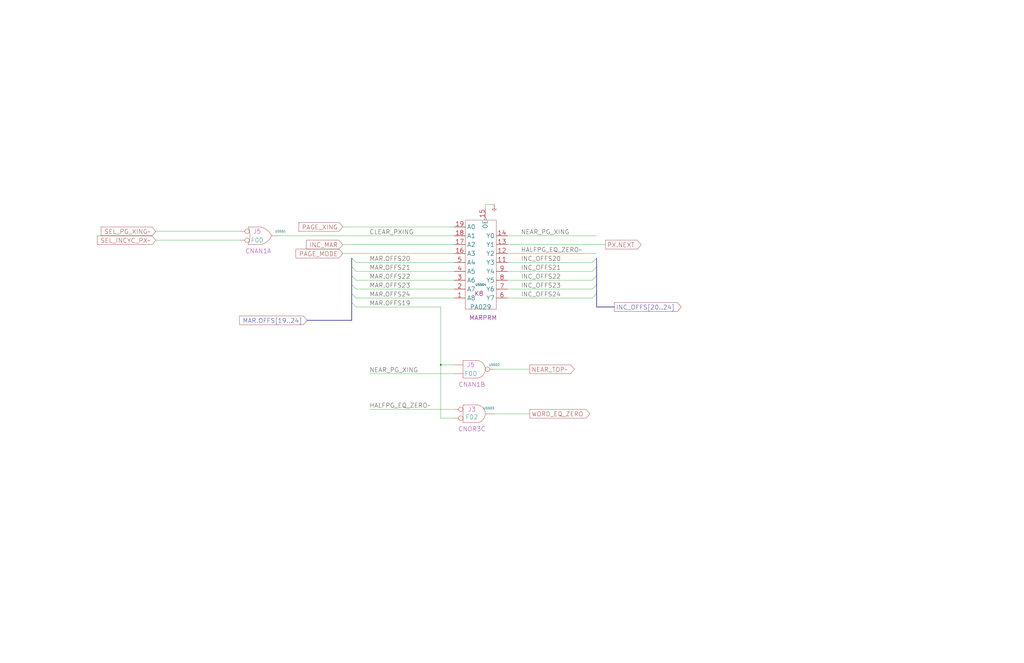
<source format=kicad_sch>
(kicad_sch (version 20250114) (generator "eeschema") (generator_version "9.0")
  (paper "User" 584.2 378.46)
  (title_block (title "MAR INCREMENT AND CONDITONS") (date "20-MAR-90") (rev "1.0") (comment 1 "FIU") (comment 2 "232-003065") (comment 3 "S400") (comment 4 "RELEASED"))
  (lib_symbols
    (symbol "r1000:F00" (pin_numbers (hide yes)) (pin_names (hide yes))
      (property "Reference" "U" (at 15.24 0 0))
      (property "Value" "F00" (at 1.905 -5.08 0))
      (property "Location" "___" (at 1.905 0 0))
      (property "Name" "______" (at 2.54 -12.7 0))
      (symbol "F00_0_1"
        (polyline (pts (xy -2.54 2.54) (xy -2.54 -7.62)) (stroke (width 0.1524)))
        (polyline (pts (xy -2.54 2.54) (xy 5.08 2.54)) (stroke (width 0.1524)))
        (polyline (pts (xy -2.54 -7.62) (xy 5.08 -7.62)) (stroke (width 0.1524)))
        (arc (start 5.08 2.54) (mid 10.1281 -2.54) (end 5.08 -7.62) (stroke (width 0.1524)))
        (circle (center 11.43 -2.54) (radius 1.27) (stroke (width 0.1524)))
      )
      (symbol "F00_0_2"
        (arc (start -3.175 2.54) (mid -2.134 -2.54) (end -3.175 -7.62) (stroke (width 0.1524)))
        (circle (center -3.81 0) (radius 1.27) (stroke (width 0.1524)))
        (circle (center -3.81 -5.08) (radius 1.27) (stroke (width 0.1524)))
        (polyline (pts (xy -3.175 2.54) (xy 3.81 2.54)) (stroke (width 0.1524)))
        (polyline (pts (xy -3.175 -7.62) (xy 3.81 -7.62)) (stroke (width 0.1524)))
        (arc (start 3.81 2.54) (mid 7.5828 0.7472) (end 10.16 -2.54) (stroke (width 0.1524)))
        (arc (start 10.16 -2.54) (mid 7.5855 -5.8306) (end 3.81 -7.62) (stroke (width 0.1524)))
      )
      (symbol "F00_1_1"
        (pin input line (at -7.62 0 0) (length 5.08) (name "D0") (number "1"))
        (pin input line (at -7.62 -5.08 0) (length 5.08) (name "D1") (number "2"))
        (pin output line (at 15.24 -2.54 180) (length 2.54) (name "Q") (number "3"))
      )
      (symbol "F00_1_2"
        (pin input line (at -7.62 0 0) (length 2.54) (name "D0") (number "1"))
        (pin input line (at -7.62 -5.08 0) (length 2.54) (name "D1") (number "2"))
        (pin output line (at 15.24 -2.54 180) (length 5.08) (name "Q") (number "3"))
      )
    )
    (symbol "r1000:F02" (pin_numbers (hide yes)) (pin_names (hide yes))
      (property "Reference" "U" (at 12.16 0.635 0))
      (property "Value" "F02" (at -1.27 -4.445 0))
      (property "Location" "___" (at 2.54 0 0))
      (property "Name" "______" (at 2.54 -12.7 0))
      (symbol "F02_0_1"
        (arc (start -3.81 2.54) (mid -2.9847 -2.54) (end -3.81 -7.62) (stroke (width 0.1524)))
        (polyline (pts (xy -5.08 0) (xy -3.175 0)) (stroke (width 0.1524)))
        (polyline (pts (xy -5.08 -5.08) (xy -3.175 -5.08)) (stroke (width 0.1524)))
        (polyline (pts (xy -3.81 2.54) (xy 2.54 2.54)) (stroke (width 0.1524)))
        (polyline (pts (xy -3.81 -7.62) (xy 2.54 -7.62)) (stroke (width 0.1524)))
        (arc (start 2.54 2.54) (mid 6.9477 0.8966) (end 10.16 -2.54) (stroke (width 0.1524)))
        (arc (start 10.16 -2.54) (mid 6.9515 -5.9823) (end 2.54 -7.62) (stroke (width 0.1524)))
        (circle (center 11.43 -2.54) (radius 1.27) (stroke (width 0.1524)))
        (polyline (pts (xy 13.97 -2.54) (xy 12.7 -2.54)) (stroke (width 0.1524)))
      )
      (symbol "F02_0_2"
        (circle (center -3.81 0) (radius 1.27) (stroke (width 0.1524)))
        (circle (center -3.81 -5.08) (radius 1.27) (stroke (width 0.1524)))
        (polyline (pts (xy -2.54 2.54) (xy -2.54 -7.62)) (stroke (width 0.1524)))
        (polyline (pts (xy -2.54 2.54) (xy 5.08 2.54)) (stroke (width 0.1524)))
        (polyline (pts (xy -2.54 -7.62) (xy 5.08 -7.62)) (stroke (width 0.1524)))
        (arc (start 5.08 2.54) (mid 10.1281 -2.54) (end 5.08 -7.62) (stroke (width 0.1524)))
        (polyline (pts (xy 11.43 -2.54) (xy 10.16 -2.54)) (stroke (width 0.1524)))
        (polyline (pts (xy 11.43 -2.54) (xy 12.7 -2.54)) (stroke (width 0.1524)))
      )
      (symbol "F02_1_1"
        (pin input line (at -7.62 0 0) (length 2.54) (name "D0") (number "1"))
        (pin input line (at -7.62 -5.08 0) (length 2.54) (name "D1") (number "2"))
        (pin output line (at 15.24 -2.54 180) (length 1.27) (name "Q") (number "3"))
      )
      (symbol "F02_1_2"
        (pin input line (at -7.62 0 0) (length 2.54) (name "D0") (number "1"))
        (pin input line (at -7.62 -5.08 0) (length 2.54) (name "D1") (number "2"))
        (pin output line (at 15.24 -2.54 180) (length 2.54) (name "Q") (number "3"))
      )
    )
    (symbol "r1000:PAxxx" (pin_names (offset 1.016))
      (property "Reference" "U" (at 2.54 5.08 0))
      (property "Value" "PAxxx" (at -3.81 -7.62 0))
      (property "Location" "___" (at -1.27 0 0))
      (property "Name" "______" (at 3.81 -15.24 0))
      (symbol "PAxxx_1_1"
        (rectangle (start -6.35 41.91) (end 11.43 -8.89))
        (circle (center 5.08 42.545) (radius 0.635))
        (pin input line (at -12.7 38.1 0) (length 6.35) (name "A0") (number "19"))
        (pin input line (at -12.7 33.02 0) (length 6.35) (name "A1") (number "18"))
        (pin input line (at -12.7 27.94 0) (length 6.35) (name "A2") (number "17"))
        (pin input line (at -12.7 22.86 0) (length 6.35) (name "A3") (number "16"))
        (pin input line (at -12.7 17.78 0) (length 6.35) (name "A4") (number "5"))
        (pin input line (at -12.7 12.7 0) (length 6.35) (name "A5") (number "4"))
        (pin input line (at -12.7 7.62 0) (length 6.35) (name "A6") (number "3"))
        (pin input line (at -12.7 2.54 0) (length 6.35) (name "A7") (number "2"))
        (pin input line (at -12.7 -2.54 0) (length 6.35) (name "A8") (number "1"))
        (pin input line (at 5.08 48.26 270) (length 5.08) (name "OE") (number "15"))
        (pin tri_state line (at 17.78 33.02 180) (length 6.35) (name "Y0") (number "14"))
        (pin tri_state line (at 17.78 27.94 180) (length 6.35) (name "Y1") (number "13"))
        (pin tri_state line (at 17.78 22.86 180) (length 6.35) (name "Y2") (number "12"))
        (pin tri_state line (at 17.78 17.78 180) (length 6.35) (name "Y3") (number "11"))
        (pin tri_state line (at 17.78 12.7 180) (length 6.35) (name "Y4") (number "9"))
        (pin tri_state line (at 17.78 7.62 180) (length 6.35) (name "Y5") (number "8"))
        (pin tri_state line (at 17.78 2.54 180) (length 6.35) (name "Y6") (number "7"))
        (pin tri_state line (at 17.78 -2.54 180) (length 6.35) (name "Y7") (number "6"))
      )
    )
    (symbol "r1000:PD" (power) (pin_numbers (hide yes)) (pin_names (hide yes)) (in_bom no)
      (symbol "PD_0_1"
        (polyline (pts (xy 0 -2.54) (xy 1.27 -2.54) (xy 0 -3.81) (xy -1.27 -2.54) (xy 0 -2.54)) (stroke (width 0.1524)))
      )
      (symbol "PD_1_1"
        (pin power_in line (at 0 0 270) (length 2.54) (name "PD") (number "1"))
      )
    )
  )
  (junction (at 251.46 208.28))
  (bus_entry (at 340.36 167.64) (size -2.54 2.54))
  (bus_entry (at 340.36 157.48) (size -2.54 2.54))
  (bus_entry (at 200.66 147.32) (size 2.54 2.54))
  (bus_entry (at 200.66 152.4) (size 2.54 2.54))
  (bus_entry (at 200.66 167.64) (size 2.54 2.54))
  (bus_entry (at 340.36 152.4) (size -2.54 2.54))
  (bus_entry (at 200.66 162.56) (size 2.54 2.54))
  (bus_entry (at 340.36 162.56) (size -2.54 2.54))
  (bus_entry (at 200.66 172.72) (size 2.54 2.54))
  (bus_entry (at 200.66 157.48) (size 2.54 2.54))
  (bus_entry (at 340.36 147.32) (size -2.54 2.54))
  (wire (pts (xy 88.9 132.08) (xy 137.16 132.08)))
  (wire (pts (xy 210.82 233.68) (xy 259.08 233.68)))
  (bus (pts (xy 200.66 157.48) (xy 200.66 162.56)))
  (bus (pts (xy 200.66 167.64) (xy 200.66 172.72)))
  (bus (pts (xy 340.36 167.64) (xy 340.36 175.26)))
  (wire (pts (xy 281.94 210.82) (xy 302.26 210.82)))
  (bus (pts (xy 200.66 147.32) (xy 200.66 152.4)))
  (bus (pts (xy 340.36 147.32) (xy 340.36 152.4)))
  (wire (pts (xy 195.58 139.7) (xy 259.08 139.7)))
  (wire (pts (xy 289.56 134.62) (xy 340.36 134.62)))
  (wire (pts (xy 289.56 165.1) (xy 337.82 165.1)))
  (wire (pts (xy 203.2 160.02) (xy 259.08 160.02)))
  (wire (pts (xy 289.56 139.7) (xy 345.44 139.7)))
  (wire (pts (xy 259.08 208.28) (xy 251.46 208.28)))
  (bus (pts (xy 200.66 162.56) (xy 200.66 167.64)))
  (wire (pts (xy 251.46 175.26) (xy 203.2 175.26)))
  (wire (pts (xy 203.2 149.86) (xy 259.08 149.86)))
  (wire (pts (xy 160.02 134.62) (xy 259.08 134.62)))
  (bus (pts (xy 175.26 182.88) (xy 200.66 182.88)))
  (wire (pts (xy 289.56 154.94) (xy 337.82 154.94)))
  (wire (pts (xy 289.56 149.86) (xy 337.82 149.86)))
  (wire (pts (xy 289.56 170.18) (xy 337.82 170.18)))
  (wire (pts (xy 88.9 137.16) (xy 137.16 137.16)))
  (wire (pts (xy 195.58 129.54) (xy 259.08 129.54)))
  (wire (pts (xy 281.94 236.22) (xy 302.26 236.22)))
  (wire (pts (xy 251.46 238.76) (xy 251.46 208.28)))
  (wire (pts (xy 289.56 144.78) (xy 340.36 144.78)))
  (wire (pts (xy 203.2 170.18) (xy 259.08 170.18)))
  (wire (pts (xy 276.86 116.84) (xy 276.86 119.38)))
  (wire (pts (xy 210.82 213.36) (xy 259.08 213.36)))
  (bus (pts (xy 340.36 162.56) (xy 340.36 167.64)))
  (bus (pts (xy 340.36 157.48) (xy 340.36 162.56)))
  (wire (pts (xy 281.94 116.84) (xy 276.86 116.84)))
  (bus (pts (xy 200.66 172.72) (xy 200.66 182.88)))
  (bus (pts (xy 340.36 175.26) (xy 350.52 175.26)))
  (wire (pts (xy 203.2 165.1) (xy 259.08 165.1)))
  (wire (pts (xy 289.56 160.02) (xy 337.82 160.02)))
  (wire (pts (xy 203.2 154.94) (xy 259.08 154.94)))
  (wire (pts (xy 195.58 144.78) (xy 259.08 144.78)))
  (wire (pts (xy 259.08 238.76) (xy 251.46 238.76)))
  (bus (pts (xy 200.66 152.4) (xy 200.66 157.48)))
  (bus (pts (xy 340.36 152.4) (xy 340.36 157.48)))
  (wire (pts (xy 251.46 208.28) (xy 251.46 175.26)))
  (label "CLEAR_PXING" (at 210.82 134.62 0) (effects (font (size 2.54 2.54))))
  (label "HALFPG_EQ_ZERO~" (at 297.18 144.78 0) (effects (font (size 2.54 2.54))))
  (label "MAR.OFFS22" (at 210.82 160.02 0) (effects (font (size 2.54 2.54))))
  (label "MAR.OFFS21" (at 210.82 154.94 0) (effects (font (size 2.54 2.54))))
  (label "MAR.OFFS23" (at 210.82 165.1 0) (effects (font (size 2.54 2.54))))
  (label "NEAR_PG_XING" (at 297.18 134.62 0) (effects (font (size 2.54 2.54))))
  (label "INC_OFFS22" (at 297.18 160.02 0) (effects (font (size 2.54 2.54))))
  (label "INC_OFFS23" (at 297.18 165.1 0) (effects (font (size 2.54 2.54))))
  (label "INC_OFFS20" (at 297.18 149.86 0) (effects (font (size 2.54 2.54))))
  (label "HALFPG_EQ_ZERO~" (at 210.82 233.68 0) (effects (font (size 2.54 2.54))))
  (label "NEAR_PG_XING" (at 210.82 213.36 0) (effects (font (size 2.54 2.54))))
  (label "MAR.OFFS24" (at 210.82 170.18 0) (effects (font (size 2.54 2.54))))
  (label "MAR.OFFS20" (at 210.82 149.86 0) (effects (font (size 2.54 2.54))))
  (label "INC_OFFS21" (at 297.18 154.94 0) (effects (font (size 2.54 2.54))))
  (label "INC_OFFS24" (at 297.18 170.18 0) (effects (font (size 2.54 2.54))))
  (label "MAR.OFFS19" (at 210.82 175.26 0) (effects (font (size 2.54 2.54))))
  (global_label "SEL_INCYC_PX~" (shape input) (at 88.9 137.16 180) (effects (font (size 2.54 2.54))) (property "Intersheetrefs" "${INTERSHEET_REFS}" (at 55.5292 137.0013 0) (effects (font (size 1.905 1.905)) (justify right))))
  (global_label "INC_OFFS[20..24]" (shape output) (at 350.52 175.26 0) (effects (font (size 2.54 2.54))) (property "Intersheetrefs" "${INTERSHEET_REFS}" (at 388.6079 175.1013 0) (effects (font (size 1.905 1.905)) (justify left))))
  (global_label "WORD_EQ_ZERO" (shape output) (at 302.26 236.22 0) (effects (font (size 2.54 2.54))) (property "Intersheetrefs" "${INTERSHEET_REFS}" (at 336.4774 236.0613 0) (effects (font (size 1.905 1.905)) (justify left))))
  (global_label "MAR.OFFS[19..24]" (shape input) (at 175.26 182.88 180) (effects (font (size 2.54 2.54))) (property "Intersheetrefs" "${INTERSHEET_REFS}" (at 136.6883 182.7213 0) (effects (font (size 1.905 1.905)) (justify right))))
  (global_label "SEL_PG_XING~" (shape input) (at 88.9 132.08 180) (effects (font (size 2.54 2.54))) (property "Intersheetrefs" "${INTERSHEET_REFS}" (at 57.7064 131.9213 0) (effects (font (size 1.905 1.905)) (justify right))))
  (global_label "PAGE_MODE" (shape input) (at 195.58 144.78 180) (effects (font (size 2.54 2.54))) (property "Intersheetrefs" "${INTERSHEET_REFS}" (at 168.8616 144.6213 0) (effects (font (size 1.905 1.905)) (justify right))))
  (global_label "PX.NEXT" (shape output) (at 345.44 139.7 0) (effects (font (size 2.54 2.54))) (property "Intersheetrefs" "${INTERSHEET_REFS}" (at 365.7479 139.5413 0) (effects (font (size 1.905 1.905)) (justify left))))
  (global_label "NEAR_TOP~" (shape output) (at 302.26 210.82 0) (effects (font (size 2.54 2.54))) (property "Intersheetrefs" "${INTERSHEET_REFS}" (at 327.6479 210.6613 0) (effects (font (size 1.905 1.905)) (justify left))))
  (global_label "INC_MAR" (shape input) (at 195.58 139.7 180) (effects (font (size 2.54 2.54))) (property "Intersheetrefs" "${INTERSHEET_REFS}" (at 174.7883 139.5413 0) (effects (font (size 1.905 1.905)) (justify right))))
  (global_label "PAGE_XING" (shape input) (at 195.58 129.54 180) (effects (font (size 2.54 2.54))) (property "Intersheetrefs" "${INTERSHEET_REFS}" (at 170.434 129.3813 0) (effects (font (size 1.905 1.905)) (justify right))))
  (symbol (lib_id "r1000:PAxxx") (at 271.78 167.64 0) (unit 1)
    (property "Reference" "U5504" (at 274.32 162.56 0))
    (property "Value" "PA029" (at 267.97 175.26 0) (effects (font (size 2.54 2.54)) (justify left)))
    (property "Location" "K8" (at 270.51 167.64 0) (effects (font (size 2.54 2.54)) (justify left)))
    (property "Name" "MARPRM" (at 275.59 182.88 0) (effects (font (size 2.54 2.54)) (justify bottom)))
  )
  (symbol (lib_id "r1000:F00") (at 144.78 132.08 0) (unit 1) (convert 2)
    (property "Reference" "U5501" (at 160.02 132.08 0))
    (property "Value" "F00" (at 146.685 137.16 0) (effects (font (size 2.54 2.54))))
    (property "Location" "J5" (at 146.685 132.08 0) (effects (font (size 2.54 2.54))))
    (property "Name" "CNAN1A" (at 147.32 144.78 0) (effects (font (size 2.54 2.54)) (justify bottom)))
  )
  (symbol (lib_id "r1000:F00") (at 266.7 208.28 0) (unit 1)
    (property "Reference" "U5502" (at 281.94 208.28 0))
    (property "Value" "F00" (at 268.605 213.36 0) (effects (font (size 2.54 2.54))))
    (property "Location" "J5" (at 268.605 208.28 0) (effects (font (size 2.54 2.54))))
    (property "Name" "CNAN1B" (at 269.24 220.98 0) (effects (font (size 2.54 2.54)) (justify bottom)))
  )
  (symbol (lib_id "r1000:PD") (at 281.94 116.84 0) (unit 1) (in_bom no)
    (property "Reference" "#PWR0214" (effects (hide yes)))
    (property "Value" "PD" (effects (hide yes)))
  )
  (symbol (lib_id "r1000:F02") (at 266.7 233.68 0) (unit 1) (convert 2)
    (property "Reference" "U5503" (at 278.86 233.045 0))
    (property "Value" "F02" (at 265.43 238.125 0) (effects (font (size 2.54 2.54)) (justify left)))
    (property "Location" "J3" (at 269.24 233.68 0) (effects (font (size 2.54 2.54))))
    (property "Name" "CNOR3C" (at 269.24 246.38 0) (effects (font (size 2.54 2.54)) (justify bottom)))
  )
)
</source>
